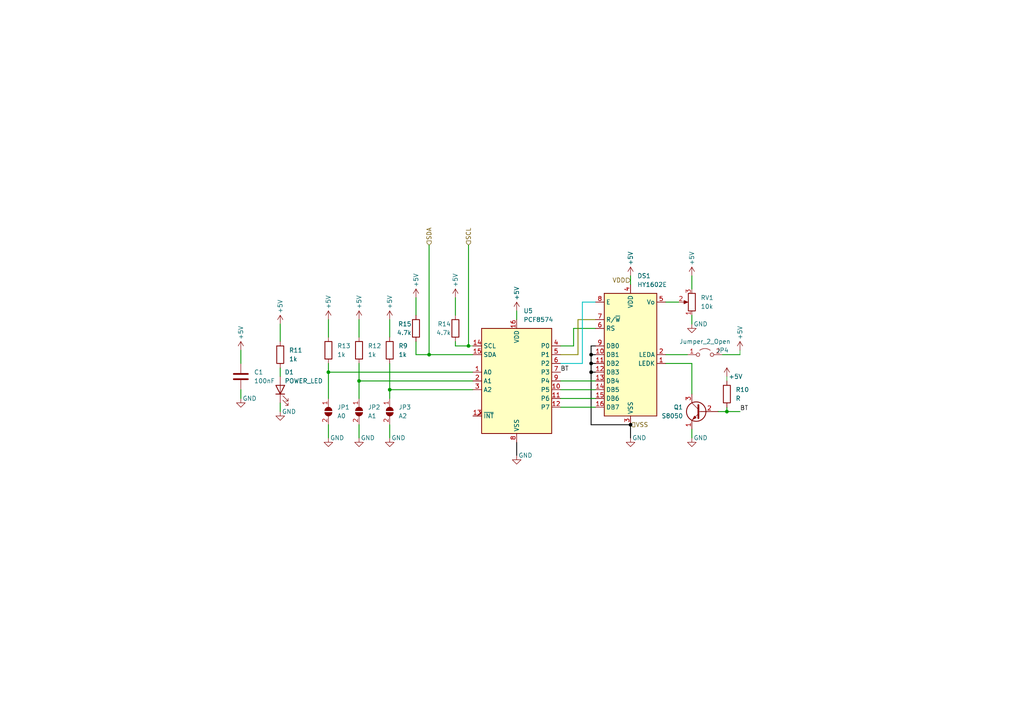
<source format=kicad_sch>
(kicad_sch (version 20230121) (generator eeschema)
  (paper "A4")
  (lib_symbols
    (symbol "Device:C" (pin_numbers hide) (pin_names (offset 0.254))
      (property "Reference" "C" (at 0.635 2.54 0))
      (property "Value" "C" (at 0.635 -2.54 0))
      (symbol "C_0_1"
        (polyline (pts (xy -2.032 -0.762) (xy 2.032 -0.762)) (stroke (width 0.508)))
        (polyline (pts (xy -2.032 0.762) (xy 2.032 0.762)) (stroke (width 0.508)))
      )
      (symbol "C_1_1"
        (pin passive line (at 0 3.81 270) (length 2.794) (name "~") (number "1"))
        (pin passive line (at 0 -3.81 90) (length 2.794) (name "~") (number "2"))
      )
    )
    (symbol "Device:LED" (pin_numbers hide) (pin_names (offset 1.016) hide)
      (property "Reference" "D" (at 0 2.54 0))
      (property "Value" "LED" (at 0 -2.54 0))
      (symbol "LED_0_1"
        (polyline (pts (xy -1.27 -1.27) (xy -1.27 1.27)) (stroke (width 0.254)))
        (polyline (pts (xy -1.27 0) (xy 1.27 0)))
        (polyline (pts (xy 1.27 -1.27) (xy 1.27 1.27) (xy -1.27 0) (xy 1.27 -1.27)) (stroke (width 0.254)))
        (polyline (pts (xy -3.048 -0.762) (xy -4.572 -2.286) (xy -3.81 -2.286) (xy -4.572 -2.286) (xy -4.572 -1.524)))
        (polyline (pts (xy -1.778 -0.762) (xy -3.302 -2.286) (xy -2.54 -2.286) (xy -3.302 -2.286) (xy -3.302 -1.524)))
      )
      (symbol "LED_1_1"
        (pin passive line (at -3.81 0 0) (length 2.54) (name "K") (number "1"))
        (pin passive line (at 3.81 0 180) (length 2.54) (name "A") (number "2"))
      )
    )
    (symbol "Device:R" (pin_numbers hide) (pin_names (offset 0))
      (property "Reference" "R" (at 2.032 0 90))
      (property "Value" "R" (at 0 0 90))
      (symbol "R_0_1"
        (rectangle (start -1.016 -2.54) (end 1.016 2.54) (stroke (width 0.254)))
      )
      (symbol "R_1_1"
        (pin passive line (at 0 3.81 270) (length 1.27) (name "~") (number "1"))
        (pin passive line (at 0 -3.81 90) (length 1.27) (name "~") (number "2"))
      )
    )
    (symbol "Device:R_Potentiometer" (pin_names (offset 1.016) hide)
      (property "Reference" "RV" (at -4.445 0 90))
      (property "Value" "R_Potentiometer" (at -2.54 0 90))
      (symbol "R_Potentiometer_0_1"
        (polyline (pts (xy 2.54 0) (xy 1.524 0)))
        (polyline (pts (xy 1.143 0) (xy 2.286 0.508) (xy 2.286 -0.508) (xy 1.143 0)) (fill (type outline)))
        (rectangle (start 1.016 2.54) (end -1.016 -2.54) (stroke (width 0.254)))
      )
      (symbol "R_Potentiometer_1_1"
        (pin passive line (at 0 3.81 270) (length 1.27) (name "1") (number "1"))
        (pin passive line (at 3.81 0 180) (length 1.27) (name "2") (number "2"))
        (pin passive line (at 0 -3.81 90) (length 1.27) (name "3") (number "3"))
      )
    )
    (symbol "Display_Character:HY1602E"
      (property "Reference" "DS" (at -6.096 19.05 0))
      (property "Value" "HY1602E" (at 5.08 19.05 0))
      (symbol "HY1602E_0_1"
        (rectangle (start -7.62 17.78) (end 7.62 -17.78) (stroke (width 0.254)) (fill (type background)))
      )
      (symbol "HY1602E_1_1"
        (pin passive line (at 10.16 -2.54 180) (length 2.54) (name "LEDK") (number "1"))
        (pin bidirectional line (at -10.16 0 0) (length 2.54) (name "DB1") (number "10"))
        (pin bidirectional line (at -10.16 -2.54 0) (length 2.54) (name "DB2") (number "11"))
        (pin bidirectional line (at -10.16 -5.08 0) (length 2.54) (name "DB3") (number "12"))
        (pin bidirectional line (at -10.16 -7.62 0) (length 2.54) (name "DB4") (number "13"))
        (pin bidirectional line (at -10.16 -10.16 0) (length 2.54) (name "DB5") (number "14"))
        (pin bidirectional line (at -10.16 -12.7 0) (length 2.54) (name "DB6") (number "15"))
        (pin bidirectional line (at -10.16 -15.24 0) (length 2.54) (name "DB7") (number "16"))
        (pin passive line (at 10.16 0 180) (length 2.54) (name "LEDA") (number "2"))
        (pin power_in line (at 0 -20.32 90) (length 2.54) (name "VSS") (number "3"))
        (pin power_in line (at 0 20.32 270) (length 2.54) (name "VDD") (number "4"))
        (pin input line (at 10.16 15.24 180) (length 2.54) (name "Vo") (number "5"))
        (pin input line (at -10.16 7.62 0) (length 2.54) (name "RS") (number "6"))
        (pin input line (at -10.16 10.16 0) (length 2.54) (name "R/~{W}") (number "7"))
        (pin input line (at -10.16 15.24 0) (length 2.54) (name "E") (number "8"))
        (pin bidirectional line (at -10.16 2.54 0) (length 2.54) (name "DB0") (number "9"))
      )
    )
    (symbol "Interface_Expansion:PCF8574"
      (property "Reference" "U" (at -8.89 16.51 0))
      (property "Value" "PCF8574" (at 2.54 16.51 0))
      (symbol "PCF8574_0_1"
        (rectangle (start -10.16 15.24) (end 10.16 -15.24) (stroke (width 0.254)) (fill (type background)))
      )
      (symbol "PCF8574_1_1"
        (pin input line (at -12.7 2.54 0) (length 2.54) (name "A0") (number "1"))
        (pin bidirectional line (at 12.7 -2.54 180) (length 2.54) (name "P5") (number "10"))
        (pin bidirectional line (at 12.7 -5.08 180) (length 2.54) (name "P6") (number "11"))
        (pin bidirectional line (at 12.7 -7.62 180) (length 2.54) (name "P7") (number "12"))
        (pin open_collector output_low (at -12.7 -10.16 0) (length 2.54) (name "~{INT}") (number "13"))
        (pin input line (at -12.7 10.16 0) (length 2.54) (name "SCL") (number "14"))
        (pin bidirectional line (at -12.7 7.62 0) (length 2.54) (name "SDA") (number "15"))
        (pin power_in line (at 0 17.78 270) (length 2.54) (name "VDD") (number "16"))
        (pin input line (at -12.7 0 0) (length 2.54) (name "A1") (number "2"))
        (pin input line (at -12.7 -2.54 0) (length 2.54) (name "A2") (number "3"))
        (pin bidirectional line (at 12.7 10.16 180) (length 2.54) (name "P0") (number "4"))
        (pin bidirectional line (at 12.7 7.62 180) (length 2.54) (name "P1") (number "5"))
        (pin bidirectional line (at 12.7 5.08 180) (length 2.54) (name "P2") (number "6"))
        (pin bidirectional line (at 12.7 2.54 180) (length 2.54) (name "P3") (number "7"))
        (pin power_in line (at 0 -17.78 90) (length 2.54) (name "VSS") (number "8"))
        (pin bidirectional line (at 12.7 0 180) (length 2.54) (name "P4") (number "9"))
      )
    )
    (symbol "Jumper:Jumper_2_Open" (pin_names (offset 0) hide)
      (property "Reference" "JP" (at 0 2.794 0))
      (property "Value" "Jumper_2_Open" (at 0 -2.286 0))
      (symbol "Jumper_2_Open_0_0"
        (circle (center -2.032 0) (radius 0.508))
        (circle (center 2.032 0) (radius 0.508))
      )
      (symbol "Jumper_2_Open_0_1"
        (arc (start 1.524 1.27) (mid 0 1.778) (end -1.524 1.27))
      )
      (symbol "Jumper_2_Open_1_1"
        (pin passive line (at -5.08 0 0) (length 2.54) (name "A") (number "1"))
        (pin passive line (at 5.08 0 180) (length 2.54) (name "B") (number "2"))
      )
    )
    (symbol "Jumper:SolderJumper_2_Open" (pin_names (offset 0) hide)
      (property "Reference" "JP" (at 0 2.032 0))
      (property "Value" "SolderJumper_2_Open" (at 0 -2.54 0))
      (symbol "SolderJumper_2_Open_0_1"
        (arc (start -0.254 1.016) (mid -1.2656 0) (end -0.254 -1.016))
        (arc (start -0.254 1.016) (mid -1.2656 0) (end -0.254 -1.016) (fill (type outline)))
        (polyline (pts (xy -0.254 1.016) (xy -0.254 -1.016)))
        (polyline (pts (xy 0.254 1.016) (xy 0.254 -1.016)))
        (arc (start 0.254 -1.016) (mid 1.2656 0) (end 0.254 1.016))
        (arc (start 0.254 -1.016) (mid 1.2656 0) (end 0.254 1.016) (fill (type outline)))
      )
      (symbol "SolderJumper_2_Open_1_1"
        (pin passive line (at -3.81 0 0) (length 2.54) (name "A") (number "1"))
        (pin passive line (at 3.81 0 180) (length 2.54) (name "B") (number "2"))
      )
    )
    (symbol "Transistor_BJT:S8050" (pin_names (offset 0) hide)
      (property "Reference" "Q" (at 5.08 1.905 0))
      (property "Value" "S8050" (at 5.08 0 0))
      (symbol "S8050_0_1"
        (polyline (pts (xy 0 0) (xy 0.635 0)))
        (polyline (pts (xy 0.635 0.635) (xy 2.54 2.54)))
        (polyline (pts (xy 0.635 -0.635) (xy 2.54 -2.54) (xy 2.54 -2.54)))
        (polyline (pts (xy 0.635 1.905) (xy 0.635 -1.905) (xy 0.635 -1.905)) (stroke (width 0.508)))
        (polyline (pts (xy 1.27 -1.778) (xy 1.778 -1.27) (xy 2.286 -2.286) (xy 1.27 -1.778) (xy 1.27 -1.778)) (fill (type outline)))
        (circle (center 1.27 0) (radius 2.8194) (stroke (width 0.254)))
      )
      (symbol "S8050_1_1"
        (pin passive line (at 2.54 -5.08 90) (length 2.54) (name "E") (number "1"))
        (pin input line (at -5.08 0 0) (length 5.08) (name "B") (number "2"))
        (pin passive line (at 2.54 5.08 270) (length 2.54) (name "C") (number "3"))
      )
    )
    (symbol "power:+5V" (power) (pin_names (offset 0))
      (property "Value" "+5V" (at 0 3.556 0))
      (symbol "+5V_0_1"
        (polyline (pts (xy -0.762 1.27) (xy 0 2.54)))
        (polyline (pts (xy 0 0) (xy 0 2.54)))
        (polyline (pts (xy 0 2.54) (xy 0.762 1.27)))
      )
      (symbol "+5V_1_1"
        (pin power_in line (at 0 0 90) (length 0) hide (name "+5V") (number "1"))
      )
    )
    (symbol "power:GND" (power) (pin_names (offset 0))
      (property "Value" "GND" (at 0 -3.81 0))
      (symbol "GND_0_1"
        (polyline (pts (xy 0 0) (xy 0 -1.27) (xy 1.27 -1.27) (xy 0 -2.54) (xy -1.27 -1.27) (xy 0 -1.27)))
      )
      (symbol "GND_1_1"
        (pin power_in line (at 0 0 270) (length 0) hide (name "GND") (number "1"))
      )
    )
  )
  (junction (at 113.03 113.03))
  (junction (at 124.46 102.87))
  (junction (at 95.25 107.95))
  (junction (at 135.89 100.33))
  (junction (at 104.14 110.49))
  (junction (at 210.82 119.38))
  (junction (at 182.88 123.19) (color 0 0 0 1))
  (junction (at 171.45 102.87) (color 0 0 0 1))
  (junction (at 171.45 107.95) (color 0 0 0 1))
  (junction (at 171.45 105.41) (color 0 0 0 1))
  (wire (pts (xy 214.63 101.6) (xy 214.63 102.87)))
  (wire (pts (xy 95.25 92.71) (xy 95.25 97.79)) (stroke (width 0.25)))
  (wire (pts (xy 166.37 100.33) (xy 166.37 95.25)) (stroke (width 0.25)))
  (wire (pts (xy 104.14 110.49) (xy 137.16 110.49)) (stroke (width 0.25)))
  (wire (pts (xy 214.63 102.87) (xy 209.55 102.87)) (stroke (width 0.25)))
  (wire (pts (xy 200.66 91.44) (xy 200.66 93.98)) (stroke (width 0.25)))
  (wire (pts (xy 171.45 102.87) (xy 172.72 102.87)) (stroke (width 0.25) (color 0 0 0 1)))
  (wire (pts (xy 95.25 105.41) (xy 95.25 107.95)) (stroke (width 0.25)))
  (wire (pts (xy 182.88 80.01) (xy 182.88 82.55)) (stroke (width 0.25)))
  (wire (pts (xy 182.88 127) (xy 182.88 123.19)) (stroke (width 0.25) (color 0 0 0 1)))
  (wire (pts (xy 104.14 110.49) (xy 104.14 115.57)) (stroke (width 0.25)))
  (wire (pts (xy 113.03 113.03) (xy 137.16 113.03)) (stroke (width 0.25)))
  (wire (pts (xy 69.85 115.57) (xy 69.85 113.03)) (stroke (width 0.25)))
  (wire (pts (xy 168.91 105.41) (xy 168.91 87.63)) (stroke (width 0.25) (color 0 194 194 1)))
  (wire (pts (xy 104.14 92.71) (xy 104.14 97.79)) (stroke (width 0.25)))
  (wire (pts (xy 81.28 93.98) (xy 81.28 99.06)) (stroke (width 0.25)))
  (wire (pts (xy 149.86 90.17) (xy 149.86 92.71)) (stroke (width 0.25)))
  (wire (pts (xy 113.03 113.03) (xy 113.03 115.57)) (stroke (width 0.25)))
  (wire (pts (xy 172.72 118.11) (xy 162.56 118.11)) (stroke (width 0.25)))
  (wire (pts (xy 210.82 109.22) (xy 210.82 110.49)))
  (wire (pts (xy 162.56 105.41) (xy 168.91 105.41)) (stroke (width 0.25) (color 0 194 194 1)))
  (wire (pts (xy 120.65 102.87) (xy 120.65 99.06)) (stroke (width 0.25)))
  (wire (pts (xy 200.66 80.01) (xy 200.66 83.82)) (stroke (width 0.25)))
  (wire (pts (xy 120.65 86.36) (xy 120.65 91.44)) (stroke (width 0.25)))
  (wire (pts (xy 113.03 127) (xy 113.03 123.19)) (stroke (width 0.25)))
  (wire (pts (xy 104.14 105.41) (xy 104.14 110.49)) (stroke (width 0.25)))
  (wire (pts (xy 214.63 119.38) (xy 210.82 119.38)) (stroke (width 0.25)))
  (wire (pts (xy 172.72 115.57) (xy 162.56 115.57)) (stroke (width 0.25)))
  (wire (pts (xy 167.64 102.87) (xy 167.64 92.71)) (stroke (width 0.25) (color 132 132 0 1)))
  (wire (pts (xy 200.66 127) (xy 200.66 124.46)) (stroke (width 0.25)))
  (wire (pts (xy 135.89 100.33) (xy 137.16 100.33)))
  (wire (pts (xy 210.82 118.11) (xy 210.82 119.38)) (stroke (width 0.25)))
  (wire (pts (xy 171.45 105.41) (xy 172.72 105.41)) (stroke (width 0.25) (color 0 0 0 1)))
  (wire (pts (xy 113.03 92.71) (xy 113.03 97.79)) (stroke (width 0.25)))
  (wire (pts (xy 135.89 71.12) (xy 135.89 100.33)) (stroke (width 0.25)))
  (wire (pts (xy 172.72 100.33) (xy 171.45 100.33)) (stroke (width 0.25) (color 0 0 0 1)))
  (wire (pts (xy 124.46 102.87) (xy 137.16 102.87)) (stroke (width 0.25)))
  (wire (pts (xy 162.56 102.87) (xy 167.64 102.87)) (stroke (width 0.25) (color 132 132 0 1)))
  (wire (pts (xy 172.72 113.03) (xy 162.56 113.03)) (stroke (width 0.25)))
  (wire (pts (xy 193.04 105.41) (xy 200.66 105.41)) (stroke (width 0.25)))
  (wire (pts (xy 132.08 100.33) (xy 135.89 100.33)) (stroke (width 0.25)))
  (wire (pts (xy 124.46 71.12) (xy 124.46 102.87)) (stroke (width 0.25)))
  (wire (pts (xy 193.04 87.63) (xy 196.85 87.63)) (stroke (width 0.25)))
  (wire (pts (xy 171.45 100.33) (xy 171.45 102.87)) (stroke (width 0.25) (color 0 0 0 1)))
  (wire (pts (xy 200.66 105.41) (xy 200.66 114.3)) (stroke (width 0.25)))
  (wire (pts (xy 69.85 101.6) (xy 69.85 105.41)) (stroke (width 0.25)))
  (wire (pts (xy 166.37 95.25) (xy 172.72 95.25)) (stroke (width 0.25)))
  (wire (pts (xy 171.45 107.95) (xy 172.72 107.95)) (stroke (width 0.25) (color 0 0 0 1)))
  (wire (pts (xy 132.08 86.36) (xy 132.08 91.44)) (stroke (width 0.25)))
  (wire (pts (xy 171.45 107.95) (xy 171.45 123.19)) (stroke (width 0.25) (color 0 0 0 1)))
  (wire (pts (xy 193.04 102.87) (xy 199.39 102.87)) (stroke (width 0.25)))
  (wire (pts (xy 81.28 106.68) (xy 81.28 109.22)) (stroke (width 0.25)))
  (wire (pts (xy 171.45 102.87) (xy 171.45 105.41)) (stroke (width 0.25) (color 0 0 0 1)))
  (wire (pts (xy 81.28 119.38) (xy 81.28 116.84)) (stroke (width 0.25)))
  (wire (pts (xy 171.45 123.19) (xy 182.88 123.19)) (stroke (width 0.25) (color 0 0 0 1)))
  (wire (pts (xy 95.25 107.95) (xy 137.16 107.95)) (stroke (width 0.25)))
  (wire (pts (xy 167.64 92.71) (xy 172.72 92.71)) (stroke (width 0.25) (color 132 132 0 1)))
  (wire (pts (xy 132.08 100.33) (xy 132.08 99.06)) (stroke (width 0.25)))
  (wire (pts (xy 113.03 105.41) (xy 113.03 113.03)) (stroke (width 0.25)))
  (wire (pts (xy 171.45 105.41) (xy 171.45 107.95)) (stroke (width 0.25) (color 0 0 0 1)))
  (wire (pts (xy 95.25 107.95) (xy 95.25 115.57)) (stroke (width 0.25)))
  (wire (pts (xy 95.25 127) (xy 95.25 123.19)) (stroke (width 0.25)))
  (wire (pts (xy 168.91 87.63) (xy 172.72 87.63)) (stroke (width 0.25) (color 0 194 194 1)))
  (wire (pts (xy 210.82 119.38) (xy 208.28 119.38)) (stroke (width 0.25)))
  (wire (pts (xy 149.86 132.08) (xy 149.86 128.27)) (stroke (width 0.25) (color 0 0 0 1)))
  (wire (pts (xy 172.72 110.49) (xy 162.56 110.49)) (stroke (width 0.25)))
  (wire (pts (xy 162.56 100.33) (xy 166.37 100.33)) (stroke (width 0.25)))
  (wire (pts (xy 104.14 127) (xy 104.14 123.19)) (stroke (width 0.25)))
  (wire (pts (xy 120.65 102.87) (xy 124.46 102.87)) (stroke (width 0.25)))
  (label "BT" (at 162.56 107.95 0))
  (label "BT" (at 214.63 119.38 0))
  (hierarchical_label "VDD" (shape input) (at 182.88 81.28 180))
  (hierarchical_label "SCL" (shape input) (at 135.89 71.12 90))
  (hierarchical_label "VSS" (shape input) (at 182.88 123.19 0))
  (hierarchical_label "SDA" (shape input) (at 124.46 71.12 90))
  (symbol (lib_id "power:+5V") (at 200.66 80.01 0) (mirror y) (unit 1)
    (property "Reference" "#PWR017" (effects hide))
    (property "Value" "+5V" (at 200.66 74.93 90))
    (instances (project "press_electrical_prudentia_v2_0" (path "" (reference "#PWR017") (unit 1)) (path "" (reference "#PWR039") (unit 1))))
  )
  (symbol (lib_id "power:GND") (at 104.14 127 0) (mirror y) (unit 1)
    (property "Reference" "#PWR?" (effects hide))
    (property "Value" "GND" (at 106.68 127 0))
    (instances (project "MP_v3" (path "" (reference "#PWR?") (unit 1))) (project "press_electrical_prudentia_v2_0" (path "" (reference "#PWR034") (unit 1)) (path "" (reference "#PWR028") (unit 1))))
  )
  (symbol (lib_id "power:+5V") (at 104.14 92.71 0) (mirror y) (unit 1)
    (property "Reference" "#PWR031" (effects hide))
    (property "Value" "+5V" (at 104.14 87.63 90))
    (instances (project "press_electrical_prudentia_v2_0" (path "" (reference "#PWR031") (unit 1)) (path "" (reference "#PWR027") (unit 1))))
  )
  (symbol (lib_id "Device:R") (at 132.08 95.25 0) (mirror y) (unit 1)
    (property "Reference" "R14" (at 130.81 93.98 0) (effects (justify left)))
    (property "Value" "4.7k" (at 130.81 96.52 0) (effects (justify left)))
  )
  (symbol (lib_id "Device:R") (at 120.65 95.25 0) (mirror y) (unit 1)
    (property "Reference" "R15" (at 119.38 93.98 0) (effects (justify left)))
    (property "Value" "4.7k" (at 119.38 96.52 0) (effects (justify left)))
    (instances (project "press_electrical_prudentia_v2_0" (path "" (reference "R15") (unit 1)) (path "" (reference "R13") (unit 1))))
  )
  (symbol (lib_id "power:+5V") (at 95.25 92.71 0) (mirror y) (unit 1)
    (property "Reference" "#PWR030" (effects hide))
    (property "Value" "+5V" (at 95.25 87.63 90))
    (instances (project "press_electrical_prudentia_v2_0" (path "" (reference "#PWR030") (unit 1)) (path "" (reference "#PWR025") (unit 1))))
  )
  (symbol (lib_id "power:+5V") (at 132.08 86.36 0) (mirror y) (unit 1)
    (property "Reference" "#PWR037" (effects hide))
    (property "Value" "+5V" (at 132.08 81.28 90))
    (instances (project "press_electrical_prudentia_v2_0" (path "" (reference "#PWR037") (unit 1)) (path "" (reference "#PWR032") (unit 1))))
  )
  (symbol (lib_id "power:+5V") (at 214.63 101.6 0) (mirror y) (unit 1)
    (property "Reference" "#PWR021" (effects hide))
    (property "Value" "+5V" (at 214.63 96.52 90))
    (instances (project "press_electrical_prudentia_v2_0" (path "" (reference "#PWR021") (unit 1)) (path "" (reference "#PWR043") (unit 1))))
  )
  (symbol (lib_id "power:GND") (at 182.88 127 0) (mirror y) (unit 1)
    (property "Reference" "#PWR?" (effects hide))
    (property "Value" "GND" (at 185.42 127 0))
    (instances (project "MP_v3" (path "" (reference "#PWR?") (unit 1))) (project "press_electrical_prudentia_v2_0" (path "" (reference "#PWR010") (unit 1)) (path "" (reference "#PWR038") (unit 1))))
  )
  (symbol (lib_id "Jumper:Jumper_2_Open") (at 204.47 102.87 0) (unit 1)
    (property "Reference" "JP4" (at 209.55 101.6 0))
    (property "Value" "Jumper_2_Open" (at 204.47 99.06 0))
    (instances (project "press_electrical_prudentia_v2_0" (path "" (reference "JP4") (unit 1)) (path "" (reference "JP7") (unit 1))))
  )
  (symbol (lib_id "power:+5V") (at 113.03 92.71 0) (mirror y) (unit 1)
    (property "Reference" "#PWR032" (effects hide))
    (property "Value" "+5V" (at 113.03 87.63 90))
    (instances (project "press_electrical_prudentia_v2_0" (path "" (reference "#PWR032") (unit 1)) (path "" (reference "#PWR029") (unit 1))))
  )
  (symbol (lib_id "power:+5V") (at 81.28 93.98 0) (mirror y) (unit 1)
    (property "Reference" "#PWR027" (effects hide))
    (property "Value" "+5V" (at 81.28 88.9 90))
    (instances (project "press_electrical_prudentia_v2_0" (path "" (reference "#PWR027") (unit 1)) (path "" (reference "#PWR023") (unit 1))))
  )
  (symbol (lib_id "power:GND") (at 113.03 127 0) (mirror y) (unit 1)
    (property "Reference" "#PWR?" (effects hide))
    (property "Value" "GND" (at 115.57 127 0))
    (instances (project "MP_v3" (path "" (reference "#PWR?") (unit 1))) (project "press_electrical_prudentia_v2_0" (path "" (reference "#PWR035") (unit 1)) (path "" (reference "#PWR030") (unit 1))))
  )
  (symbol (lib_id "Device:LED") (at 81.28 113.03 90) (unit 1)
    (property "Reference" "D1" (at 82.55 107.95 90) (effects (justify right)))
    (property "Value" "POWER_LED" (at 82.55 110.49 90) (effects (justify right)))
  )
  (symbol (lib_id "power:+5V") (at 182.88 80.01 0) (mirror y) (unit 1)
    (property "Reference" "#PWR012" (effects hide))
    (property "Value" "+5V" (at 182.88 74.93 90))
    (instances (project "press_electrical_prudentia_v2_0" (path "" (reference "#PWR012") (unit 1)) (path "" (reference "#PWR037") (unit 1))))
  )
  (symbol (lib_id "power:GND") (at 81.28 119.38 0) (mirror y) (unit 1)
    (property "Reference" "#PWR?" (effects hide))
    (property "Value" "GND" (at 83.82 119.38 0))
    (instances (project "MP_v3" (path "" (reference "#PWR?") (unit 1))) (project "press_electrical_prudentia_v2_0" (path "" (reference "#PWR026") (unit 1)) (path "" (reference "#PWR024") (unit 1))))
  )
  (symbol (lib_id "Device:R_Potentiometer") (at 200.66 87.63 180) (unit 1)
    (property "Reference" "RV1" (at 203.2 86.36 0) (effects (justify right)))
    (property "Value" "10k" (at 203.2 88.9 0) (effects (justify right)))
  )
  (symbol (lib_id "Device:R") (at 104.14 101.6 0) (unit 1)
    (property "Reference" "R12" (at 106.68 100.33 0) (effects (justify left)))
    (property "Value" "1k" (at 106.68 102.87 0) (effects (justify left)))
    (instances (project "press_electrical_prudentia_v2_0" (path "" (reference "R12") (unit 1)) (path "" (reference "R11") (unit 1))))
  )
  (symbol (lib_id "Interface_Expansion:PCF8574") (at 149.86 110.49 0) (unit 1)
    (property "Reference" "U5" (at 151.8159 90.17 0) (effects (justify left)))
    (property "Value" "PCF8574" (at 151.8159 92.71 0) (effects (justify left)))
    (property "Datasheet" "http://www.nxp.com/documents/data_sheet/PCF8574_PCF8574A.pdf" (effects hide))
    (instances (project "press_electrical_prudentia_v2_0" (path "" (reference "U5") (unit 1)) (path "" (reference "U3") (unit 1))))
  )
  (symbol (lib_id "Device:R") (at 81.28 102.87 0) (unit 1)
    (property "Reference" "R11" (at 83.82 101.6 0) (effects (justify left)))
    (property "Value" "1k" (at 83.82 104.14 0) (effects (justify left)))
    (instances (project "press_electrical_prudentia_v2_0" (path "" (reference "R11") (unit 1)) (path "" (reference "R9") (unit 1))))
  )
  (symbol (lib_id "Device:R") (at 210.82 114.3 0) (unit 1)
    (property "Reference" "R10" (at 213.36 113.03 0) (effects (justify left)))
    (property "Value" "R" (at 213.36 115.57 0) (effects (justify left)))
    (instances (project "press_electrical_prudentia_v2_0" (path "" (reference "R10") (unit 1)) (path "" (reference "R15") (unit 1))))
  )
  (symbol (lib_id "Device:R") (at 95.25 101.6 0) (unit 1)
    (property "Reference" "R13" (at 97.79 100.33 0) (effects (justify left)))
    (property "Value" "1k" (at 97.79 102.87 0) (effects (justify left)))
    (instances (project "press_electrical_prudentia_v2_0" (path "" (reference "R13") (unit 1)) (path "" (reference "R10") (unit 1))))
  )
  (symbol (lib_id "power:+5V") (at 69.85 101.6 0) (mirror y) (unit 1)
    (property "Reference" "#PWR028" (effects hide))
    (property "Value" "+5V" (at 69.85 96.52 90))
    (instances (project "press_electrical_prudentia_v2_0" (path "" (reference "#PWR028") (unit 1)) (path "" (reference "#PWR021") (unit 1))))
  )
  (symbol (lib_id "Jumper:SolderJumper_2_Open") (at 113.03 119.38 270) (unit 1)
    (property "Reference" "JP3" (at 115.57 118.11 90) (effects (justify left)))
    (property "Value" "A2" (at 115.57 120.65 90) (effects (justify left)))
    (instances (project "press_electrical_prudentia_v2_0" (path "" (reference "JP3") (unit 1)) (path "" (reference "JP4") (unit 1))))
  )
  (symbol (lib_id "power:GND") (at 69.85 115.57 0) (mirror y) (unit 1)
    (property "Reference" "#PWR?" (effects hide))
    (property "Value" "GND" (at 72.39 115.57 0))
    (instances (project "MP_v3" (path "" (reference "#PWR?") (unit 1))) (project "press_electrical_prudentia_v2_0" (path "" (reference "#PWR029") (unit 1)) (path "" (reference "#PWR022") (unit 1))))
  )
  (symbol (lib_id "power:+5V") (at 210.82 109.22 0) (mirror y) (unit 1)
    (property "Reference" "#PWR025" (effects hide))
    (property "Value" "+5V" (at 213.36 109.22 0))
    (instances (project "press_electrical_prudentia_v2_0" (path "" (reference "#PWR025") (unit 1)) (path "" (reference "#PWR042") (unit 1))))
  )
  (symbol (lib_id "Jumper:SolderJumper_2_Open") (at 95.25 119.38 270) (unit 1)
    (property "Reference" "JP1" (at 97.79 118.11 90) (effects (justify left)))
    (property "Value" "A0" (at 97.79 120.65 90) (effects (justify left)))
    (instances (project "press_electrical_prudentia_v2_0" (path "" (reference "JP1") (unit 1)) (path "" (reference "JP2") (unit 1))))
  )
  (symbol (lib_id "Jumper:SolderJumper_2_Open") (at 104.14 119.38 270) (unit 1)
    (property "Reference" "JP2" (at 106.68 118.11 90) (effects (justify left)))
    (property "Value" "A1" (at 106.68 120.65 90) (effects (justify left)))
    (instances (project "press_electrical_prudentia_v2_0" (path "" (reference "JP2") (unit 1)) (path "" (reference "JP3") (unit 1))))
  )
  (symbol (lib_id "Device:C") (at 69.85 109.22 0) (unit 1)
    (property "Reference" "C1" (at 73.66 107.95 0) (effects (justify left)))
    (property "Value" "100nF" (at 73.66 110.49 0) (effects (justify left)))
    (instances (project "press_electrical_prudentia_v2_0" (path "" (reference "C1") (unit 1)) (path "" (reference "C27") (unit 1))))
  )
  (symbol (lib_id "power:GND") (at 200.66 127 0) (mirror y) (unit 1)
    (property "Reference" "#PWR?" (effects hide))
    (property "Value" "GND" (at 203.2 127 0))
    (instances (project "MP_v3" (path "" (reference "#PWR?") (unit 1))) (project "press_electrical_prudentia_v2_0" (path "" (reference "#PWR024") (unit 1)) (path "" (reference "#PWR041") (unit 1))))
  )
  (symbol (lib_id "Device:R") (at 113.03 101.6 0) (unit 1)
    (property "Reference" "R9" (at 115.57 100.33 0) (effects (justify left)))
    (property "Value" "1k" (at 115.57 102.87 0) (effects (justify left)))
    (instances (project "press_electrical_prudentia_v2_0" (path "" (reference "R9") (unit 1)) (path "" (reference "R12") (unit 1))))
  )
  (symbol (lib_id "Transistor_BJT:S8050") (at 203.2 119.38 0) (mirror y) (unit 1)
    (property "Reference" "Q1" (at 198.12 118.11 0) (effects (justify left)))
    (property "Value" "S8050" (at 198.12 120.65 0) (effects (justify left)))
    (property "Footprint" "Package_TO_SOT_THT:TO-92_Inline" (effects hide))
    (property "Datasheet" "http://www.unisonic.com.tw/datasheet/S8050.pdf" (effects hide))
  )
  (symbol (lib_id "Display_Character:HY1602E") (at 182.88 102.87 0) (unit 1)
    (property "Reference" "DS1" (at 184.8359 80.01 0) (effects (justify left)))
    (property "Value" "HY1602E" (at 184.8359 82.55 0) (effects (justify left)))
    (property "Footprint" "Display:HY1602E" (effects hide))
    (property "Datasheet" "http://www.icbank.com/data/ICBShop/board/HY1602E.pdf" (effects hide))
  )
  (symbol (lib_id "power:+5V") (at 120.65 86.36 0) (mirror y) (unit 1)
    (property "Reference" "#PWR036" (effects hide))
    (property "Value" "+5V" (at 120.65 81.28 90))
    (instances (project "press_electrical_prudentia_v2_0" (path "" (reference "#PWR036") (unit 1)) (path "" (reference "#PWR031") (unit 1))))
  )
  (symbol (lib_id "power:GND") (at 95.25 127 0) (mirror y) (unit 1)
    (property "Reference" "#PWR?" (effects hide))
    (property "Value" "GND" (at 97.79 127 0))
    (instances (project "MP_v3" (path "" (reference "#PWR?") (unit 1))) (project "press_electrical_prudentia_v2_0" (path "" (reference "#PWR033") (unit 1)) (path "" (reference "#PWR026") (unit 1))))
  )
  (symbol (lib_id "power:GND") (at 200.66 93.98 0) (mirror y) (unit 1)
    (property "Reference" "#PWR?" (effects hide))
    (property "Value" "GND" (at 203.2 93.98 0))
    (instances (project "MP_v3" (path "" (reference "#PWR?") (unit 1))) (project "press_electrical_prudentia_v2_0" (path "" (reference "#PWR020") (unit 1)) (path "" (reference "#PWR040") (unit 1))))
  )
  (symbol (lib_id "power:+5V") (at 149.86 90.17 0) (mirror y) (unit 1)
    (property "Reference" "#PWR011" (effects hide))
    (property "Value" "+5V" (at 149.86 85.09 90))
    (instances (project "press_electrical_prudentia_v2_0" (path "" (reference "#PWR011") (unit 1)) (path "" (reference "#PWR035") (unit 1))))
  )
  (symbol (lib_id "power:GND") (at 149.86 132.08 0) (mirror y) (unit 1)
    (property "Reference" "#PWR?" (effects hide))
    (property "Value" "GND" (at 152.4 132.08 0))
    (instances (project "MP_v3" (path "" (reference "#PWR?") (unit 1))) (project "press_electrical_prudentia_v2_0" (path "" (reference "#PWR07") (unit 1)) (path "" (reference "#PWR036") (unit 1))))
  )
)
</source>
